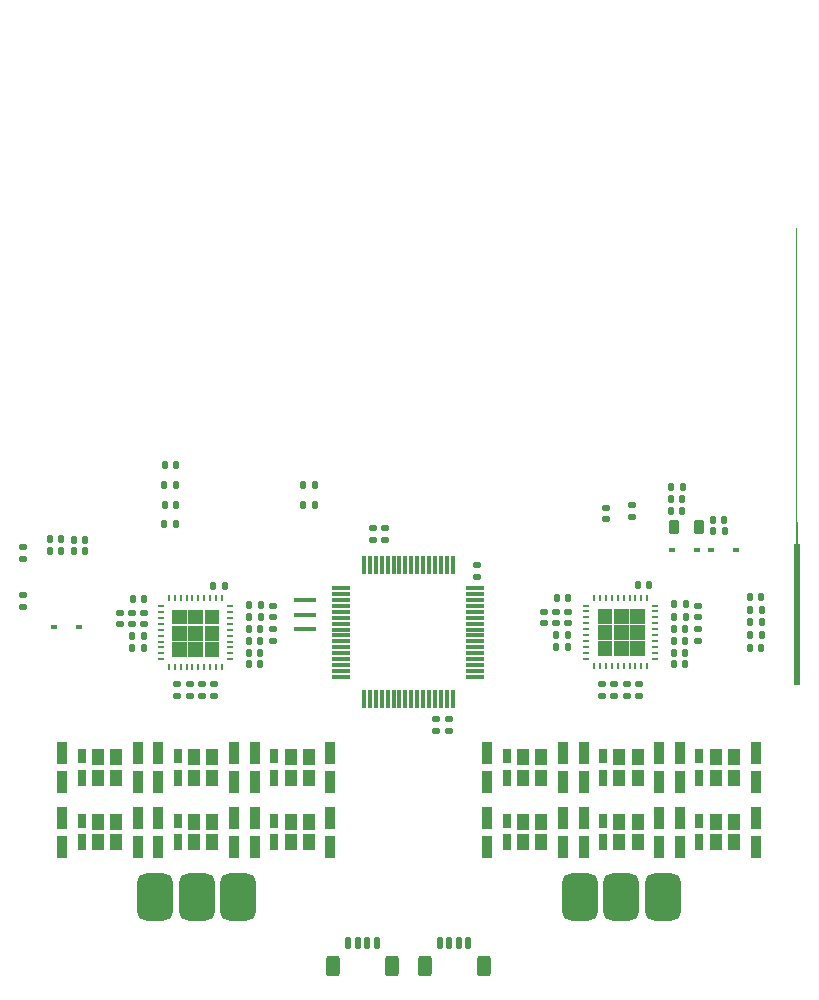
<source format=gbr>
%TF.GenerationSoftware,KiCad,Pcbnew,(6.0.4)*%
%TF.CreationDate,2023-01-05T12:04:55+08:00*%
%TF.ProjectId,FOC_Power,464f435f-506f-4776-9572-2e6b69636164,rev?*%
%TF.SameCoordinates,Original*%
%TF.FileFunction,Paste,Top*%
%TF.FilePolarity,Positive*%
%FSLAX46Y46*%
G04 Gerber Fmt 4.6, Leading zero omitted, Abs format (unit mm)*
G04 Created by KiCad (PCBNEW (6.0.4)) date 2023-01-05 12:04:55*
%MOMM*%
%LPD*%
G01*
G04 APERTURE LIST*
G04 Aperture macros list*
%AMRoundRect*
0 Rectangle with rounded corners*
0 $1 Rounding radius*
0 $2 $3 $4 $5 $6 $7 $8 $9 X,Y pos of 4 corners*
0 Add a 4 corners polygon primitive as box body*
4,1,4,$2,$3,$4,$5,$6,$7,$8,$9,$2,$3,0*
0 Add four circle primitives for the rounded corners*
1,1,$1+$1,$2,$3*
1,1,$1+$1,$4,$5*
1,1,$1+$1,$6,$7*
1,1,$1+$1,$8,$9*
0 Add four rect primitives between the rounded corners*
20,1,$1+$1,$2,$3,$4,$5,0*
20,1,$1+$1,$4,$5,$6,$7,0*
20,1,$1+$1,$6,$7,$8,$9,0*
20,1,$1+$1,$8,$9,$2,$3,0*%
%AMFreePoly0*
4,1,53,0.110896,1.805487,0.122688,1.805545,0.193687,1.776545,0.193915,1.776320,0.194234,1.776318,0.210222,1.760172,0.226318,1.744234,0.226320,1.743916,0.226545,1.743688,0.255545,1.672688,0.255487,1.660896,0.260000,1.650000,0.260000,-1.650000,0.255487,-1.660896,0.255545,-1.672688,0.226545,-1.743688,0.226320,-1.743916,0.226318,-1.744234,0.210222,-1.760172,0.194234,-1.776318,
0.193915,-1.776320,0.193687,-1.776545,0.122688,-1.805545,0.110896,-1.805487,0.100000,-1.810000,-0.100000,-1.810000,-0.110896,-1.805487,-0.122688,-1.805545,-0.193688,-1.776545,-0.193916,-1.776320,-0.194234,-1.776318,-0.210172,-1.760222,-0.226318,-1.744234,-0.226320,-1.743915,-0.226545,-1.743687,-0.255545,-1.672688,-0.255487,-1.660896,-0.260000,-1.650000,-0.260000,1.650000,-0.255487,1.660896,
-0.255545,1.672688,-0.226545,1.743687,-0.226320,1.743915,-0.226318,1.744234,-0.210172,1.760222,-0.194234,1.776318,-0.193916,1.776320,-0.193688,1.776545,-0.122688,1.805545,-0.110896,1.805487,-0.100000,1.810000,0.100000,1.810000,0.110896,1.805487,0.110896,1.805487,$1*%
G04 Aperture macros list end*
%ADD10C,0.100000*%
%ADD11RoundRect,0.135000X-0.135000X-0.185000X0.135000X-0.185000X0.135000X0.185000X-0.135000X0.185000X0*%
%ADD12RoundRect,0.140000X0.140000X0.170000X-0.140000X0.170000X-0.140000X-0.170000X0.140000X-0.170000X0*%
%ADD13RoundRect,0.135000X0.185000X-0.135000X0.185000X0.135000X-0.185000X0.135000X-0.185000X-0.135000X0*%
%ADD14RoundRect,0.140000X-0.140000X-0.170000X0.140000X-0.170000X0.140000X0.170000X-0.140000X0.170000X0*%
%ADD15RoundRect,0.135000X0.135000X0.185000X-0.135000X0.185000X-0.135000X-0.185000X0.135000X-0.185000X0*%
%ADD16RoundRect,0.135000X-0.185000X0.135000X-0.185000X-0.135000X0.185000X-0.135000X0.185000X0.135000X0*%
%ADD17O,0.599999X0.230000*%
%ADD18O,0.230000X0.599999*%
%ADD19RoundRect,0.125000X-0.125000X-0.375000X0.125000X-0.375000X0.125000X0.375000X-0.125000X0.375000X0*%
%ADD20RoundRect,0.250000X-0.350000X-0.600000X0.350000X-0.600000X0.350000X0.600000X-0.350000X0.600000X0*%
%ADD21R,0.600000X0.450000*%
%ADD22RoundRect,0.750000X-0.750000X-1.250000X0.750000X-1.250000X0.750000X1.250000X-0.750000X1.250000X0*%
%ADD23RoundRect,0.140000X0.170000X-0.140000X0.170000X0.140000X-0.170000X0.140000X-0.170000X-0.140000X0*%
%ADD24RoundRect,0.140000X-0.170000X0.140000X-0.170000X-0.140000X0.170000X-0.140000X0.170000X0.140000X0*%
%ADD25R,0.900000X1.850000*%
%ADD26R,0.650000X1.151000*%
%ADD27R,0.650000X1.350000*%
%ADD28R,1.000000X1.350000*%
%ADD29R,1.900000X0.400000*%
%ADD30RoundRect,0.147500X-0.172500X0.147500X-0.172500X-0.147500X0.172500X-0.147500X0.172500X0.147500X0*%
%ADD31FreePoly0,90.000000*%
%ADD32RoundRect,0.147500X0.172500X-0.147500X0.172500X0.147500X-0.172500X0.147500X-0.172500X-0.147500X0*%
%ADD33RoundRect,0.218750X0.218750X0.381250X-0.218750X0.381250X-0.218750X-0.381250X0.218750X-0.381250X0*%
%ADD34RoundRect,0.075000X-0.700000X-0.075000X0.700000X-0.075000X0.700000X0.075000X-0.700000X0.075000X0*%
%ADD35RoundRect,0.075000X-0.075000X-0.700000X0.075000X-0.700000X0.075000X0.700000X-0.075000X0.700000X0*%
G04 APERTURE END LIST*
%TO.C,U7*%
G36*
X53600000Y-45470000D02*
G01*
X52430000Y-45470000D01*
X52430000Y-44300000D01*
X53600000Y-44300000D01*
X53600000Y-45470000D01*
G37*
D10*
X53600000Y-45470000D02*
X52430000Y-45470000D01*
X52430000Y-44300000D01*
X53600000Y-44300000D01*
X53600000Y-45470000D01*
G36*
X50860000Y-44100000D02*
G01*
X49690000Y-44100000D01*
X49690000Y-42930000D01*
X50860000Y-42930000D01*
X50860000Y-44100000D01*
G37*
X50860000Y-44100000D02*
X49690000Y-44100000D01*
X49690000Y-42930000D01*
X50860000Y-42930000D01*
X50860000Y-44100000D01*
G36*
X50860000Y-42730000D02*
G01*
X49690000Y-42730000D01*
X49690000Y-41560000D01*
X50860000Y-41560000D01*
X50860000Y-42730000D01*
G37*
X50860000Y-42730000D02*
X49690000Y-42730000D01*
X49690000Y-41560000D01*
X50860000Y-41560000D01*
X50860000Y-42730000D01*
G36*
X52230000Y-45470000D02*
G01*
X51060000Y-45470000D01*
X51060000Y-44300000D01*
X52230000Y-44300000D01*
X52230000Y-45470000D01*
G37*
X52230000Y-45470000D02*
X51060000Y-45470000D01*
X51060000Y-44300000D01*
X52230000Y-44300000D01*
X52230000Y-45470000D01*
G36*
X53600000Y-42730000D02*
G01*
X52430000Y-42730000D01*
X52430000Y-41560000D01*
X53600000Y-41560000D01*
X53600000Y-42730000D01*
G37*
X53600000Y-42730000D02*
X52430000Y-42730000D01*
X52430000Y-41560000D01*
X53600000Y-41560000D01*
X53600000Y-42730000D01*
G36*
X52230000Y-44100000D02*
G01*
X51060000Y-44100000D01*
X51060000Y-42930000D01*
X52230000Y-42930000D01*
X52230000Y-44100000D01*
G37*
X52230000Y-44100000D02*
X51060000Y-44100000D01*
X51060000Y-42930000D01*
X52230000Y-42930000D01*
X52230000Y-44100000D01*
G36*
X52230000Y-42730000D02*
G01*
X51060000Y-42730000D01*
X51060000Y-41560000D01*
X52230000Y-41560000D01*
X52230000Y-42730000D01*
G37*
X52230000Y-42730000D02*
X51060000Y-42730000D01*
X51060000Y-41560000D01*
X52230000Y-41560000D01*
X52230000Y-42730000D01*
G36*
X53600000Y-44100000D02*
G01*
X52430000Y-44100000D01*
X52430000Y-42930000D01*
X53600000Y-42930000D01*
X53600000Y-44100000D01*
G37*
X53600000Y-44100000D02*
X52430000Y-44100000D01*
X52430000Y-42930000D01*
X53600000Y-42930000D01*
X53600000Y-44100000D01*
G36*
X50860000Y-45470000D02*
G01*
X49690000Y-45470000D01*
X49690000Y-44300000D01*
X50860000Y-44300000D01*
X50860000Y-45470000D01*
G37*
X50860000Y-45470000D02*
X49690000Y-45470000D01*
X49690000Y-44300000D01*
X50860000Y-44300000D01*
X50860000Y-45470000D01*
%TO.C,U2*%
G36*
X86870000Y-44050000D02*
G01*
X85700000Y-44050000D01*
X85700000Y-42880000D01*
X86870000Y-42880000D01*
X86870000Y-44050000D01*
G37*
X86870000Y-44050000D02*
X85700000Y-44050000D01*
X85700000Y-42880000D01*
X86870000Y-42880000D01*
X86870000Y-44050000D01*
G36*
X88240000Y-45420000D02*
G01*
X87070000Y-45420000D01*
X87070000Y-44250000D01*
X88240000Y-44250000D01*
X88240000Y-45420000D01*
G37*
X88240000Y-45420000D02*
X87070000Y-45420000D01*
X87070000Y-44250000D01*
X88240000Y-44250000D01*
X88240000Y-45420000D01*
G36*
X86870000Y-42680000D02*
G01*
X85700000Y-42680000D01*
X85700000Y-41510000D01*
X86870000Y-41510000D01*
X86870000Y-42680000D01*
G37*
X86870000Y-42680000D02*
X85700000Y-42680000D01*
X85700000Y-41510000D01*
X86870000Y-41510000D01*
X86870000Y-42680000D01*
G36*
X86870000Y-45420000D02*
G01*
X85700000Y-45420000D01*
X85700000Y-44250000D01*
X86870000Y-44250000D01*
X86870000Y-45420000D01*
G37*
X86870000Y-45420000D02*
X85700000Y-45420000D01*
X85700000Y-44250000D01*
X86870000Y-44250000D01*
X86870000Y-45420000D01*
G36*
X89610000Y-42680000D02*
G01*
X88440000Y-42680000D01*
X88440000Y-41510000D01*
X89610000Y-41510000D01*
X89610000Y-42680000D01*
G37*
X89610000Y-42680000D02*
X88440000Y-42680000D01*
X88440000Y-41510000D01*
X89610000Y-41510000D01*
X89610000Y-42680000D01*
G36*
X88240000Y-44050000D02*
G01*
X87070000Y-44050000D01*
X87070000Y-42880000D01*
X88240000Y-42880000D01*
X88240000Y-44050000D01*
G37*
X88240000Y-44050000D02*
X87070000Y-44050000D01*
X87070000Y-42880000D01*
X88240000Y-42880000D01*
X88240000Y-44050000D01*
G36*
X89610000Y-44050000D02*
G01*
X88440000Y-44050000D01*
X88440000Y-42880000D01*
X89610000Y-42880000D01*
X89610000Y-44050000D01*
G37*
X89610000Y-44050000D02*
X88440000Y-44050000D01*
X88440000Y-42880000D01*
X89610000Y-42880000D01*
X89610000Y-44050000D01*
G36*
X88240000Y-42680000D02*
G01*
X87070000Y-42680000D01*
X87070000Y-41510000D01*
X88240000Y-41510000D01*
X88240000Y-42680000D01*
G37*
X88240000Y-42680000D02*
X87070000Y-42680000D01*
X87070000Y-41510000D01*
X88240000Y-41510000D01*
X88240000Y-42680000D01*
G36*
X89610000Y-45420000D02*
G01*
X88440000Y-45420000D01*
X88440000Y-44250000D01*
X89610000Y-44250000D01*
X89610000Y-45420000D01*
G37*
X89610000Y-45420000D02*
X88440000Y-45420000D01*
X88440000Y-44250000D01*
X89610000Y-44250000D01*
X89610000Y-45420000D01*
%TD*%
D11*
%TO.C,R19*%
X98585000Y-41575000D03*
X99605000Y-41575000D03*
%TD*%
D12*
%TO.C,C7*%
X61730660Y-31015000D03*
X60770660Y-31015000D03*
%TD*%
D13*
%TO.C,R10*%
X67715000Y-35635000D03*
X67715000Y-34615000D03*
%TD*%
D14*
%TO.C,C45*%
X53175000Y-39565000D03*
X54135000Y-39565000D03*
%TD*%
D12*
%TO.C,C8*%
X50000660Y-29345000D03*
X49040660Y-29345000D03*
%TD*%
D15*
%TO.C,R22*%
X93185000Y-42155000D03*
X92165000Y-42155000D03*
%TD*%
D14*
%TO.C,C2*%
X89085000Y-39485000D03*
X90045000Y-39485000D03*
%TD*%
%TO.C,C46*%
X56155000Y-43175000D03*
X57115000Y-43175000D03*
%TD*%
D16*
%TO.C,R24*%
X94205000Y-43175000D03*
X94205000Y-44195000D03*
%TD*%
D15*
%TO.C,R30*%
X57175000Y-41135000D03*
X56155000Y-41135000D03*
%TD*%
D17*
%TO.C,U7*%
X48745001Y-41264999D03*
X48745001Y-41764998D03*
X48745001Y-42265000D03*
X48745001Y-42764999D03*
X48745001Y-43265000D03*
X48745001Y-43765000D03*
X48745001Y-44264998D03*
X48745001Y-44765000D03*
X48745001Y-45264999D03*
X48745001Y-45765001D03*
D18*
X49394999Y-46414999D03*
X49894998Y-46414999D03*
X50395000Y-46414999D03*
X50894999Y-46414999D03*
X51395000Y-46414999D03*
X51895000Y-46414999D03*
X52394998Y-46414999D03*
X52895000Y-46414999D03*
X53394999Y-46414999D03*
X53895001Y-46414999D03*
D17*
X54544999Y-45765001D03*
X54544999Y-45264999D03*
X54544999Y-44765000D03*
X54544999Y-44264998D03*
X54544999Y-43765000D03*
X54544999Y-43265000D03*
X54544999Y-42764999D03*
X54544999Y-42265000D03*
X54544999Y-41764998D03*
X54544999Y-41264999D03*
D18*
X53895001Y-40615001D03*
X53394999Y-40615001D03*
X52895000Y-40615001D03*
X52394998Y-40615001D03*
X51895000Y-40615001D03*
X51395000Y-40615001D03*
X50894999Y-40615001D03*
X50395000Y-40615001D03*
X49894998Y-40615001D03*
X49394999Y-40615001D03*
%TD*%
D13*
%TO.C,R9*%
X66675000Y-35635000D03*
X66675000Y-34615000D03*
%TD*%
D11*
%TO.C,R13*%
X48995000Y-34345000D03*
X50015000Y-34345000D03*
%TD*%
D15*
%TO.C,R17*%
X99605000Y-42645000D03*
X98585000Y-42645000D03*
%TD*%
D19*
%TO.C,ENC0*%
X72355000Y-69795000D03*
X73155000Y-69795000D03*
X73955000Y-69795000D03*
X74755000Y-69795000D03*
D20*
X76055000Y-71745000D03*
X71055000Y-71745000D03*
%TD*%
D11*
%TO.C,R14*%
X95455000Y-34937500D03*
X96475000Y-34937500D03*
%TD*%
D12*
%TO.C,C19*%
X40295000Y-36595000D03*
X39335000Y-36595000D03*
%TD*%
D14*
%TO.C,C49*%
X46335000Y-40695000D03*
X47295000Y-40695000D03*
%TD*%
D21*
%TO.C,D7*%
X41785596Y-42995000D03*
X39685596Y-42995000D03*
%TD*%
D22*
%TO.C,J1*%
X91210000Y-65890000D03*
X87710000Y-65890000D03*
X84210000Y-65890000D03*
%TD*%
D14*
%TO.C,C21*%
X41365000Y-35635000D03*
X42325000Y-35635000D03*
%TD*%
%TO.C,C35*%
X92175000Y-45195000D03*
X93135000Y-45195000D03*
%TD*%
D12*
%TO.C,C30*%
X99555000Y-40515000D03*
X98595000Y-40515000D03*
%TD*%
D23*
%TO.C,C31*%
X86395000Y-33900000D03*
X86395000Y-32940000D03*
%TD*%
D24*
%TO.C,C32*%
X88645000Y-32727500D03*
X88645000Y-33687500D03*
%TD*%
D23*
%TO.C,C4*%
X82215000Y-42715000D03*
X82215000Y-41755000D03*
%TD*%
D12*
%TO.C,C9*%
X49995000Y-32685000D03*
X49035000Y-32685000D03*
%TD*%
D11*
%TO.C,R12*%
X49010660Y-31005000D03*
X50030660Y-31005000D03*
%TD*%
D16*
%TO.C,R36*%
X50125000Y-47845000D03*
X50125000Y-48865000D03*
%TD*%
D25*
%TO.C,Q2*%
X76350000Y-53725000D03*
X76350000Y-56125000D03*
X82750000Y-53725000D03*
X82750000Y-56125000D03*
D26*
X78000000Y-53975000D03*
D27*
X78000000Y-55775000D03*
D28*
X79375000Y-55775000D03*
X80925000Y-54075000D03*
X80925000Y-55775000D03*
X79375000Y-54075000D03*
%TD*%
D16*
%TO.C,R37*%
X52211666Y-47845000D03*
X52211666Y-48865000D03*
%TD*%
%TO.C,R20*%
X37075000Y-40315000D03*
X37075000Y-41335000D03*
%TD*%
D29*
%TO.C,Y1*%
X60885000Y-40775000D03*
X60885000Y-41975000D03*
X60885000Y-43175000D03*
%TD*%
D25*
%TO.C,Q6*%
X99075000Y-56125000D03*
X92675000Y-53725000D03*
X99075000Y-53725000D03*
X92675000Y-56125000D03*
D26*
X94325000Y-53975000D03*
D27*
X94325000Y-55775000D03*
D28*
X95700000Y-54075000D03*
X97250000Y-55775000D03*
X97250000Y-54075000D03*
X95700000Y-55775000D03*
%TD*%
D25*
%TO.C,Q12*%
X63080000Y-56125000D03*
X63080000Y-53725000D03*
X56680000Y-53725000D03*
X56680000Y-56125000D03*
D26*
X58330000Y-53975000D03*
D28*
X61255000Y-54075000D03*
X61255000Y-55775000D03*
D27*
X58330000Y-55775000D03*
D28*
X59705000Y-55775000D03*
X59705000Y-54075000D03*
%TD*%
D25*
%TO.C,Q8*%
X40355000Y-53725000D03*
X46755000Y-53725000D03*
X40355000Y-56125000D03*
X46755000Y-56125000D03*
D26*
X42005000Y-53975000D03*
D27*
X42005000Y-55775000D03*
D28*
X43380000Y-54075000D03*
X44930000Y-55775000D03*
X44930000Y-54075000D03*
X43380000Y-55775000D03*
%TD*%
D14*
%TO.C,C3*%
X92175000Y-43175000D03*
X93135000Y-43175000D03*
%TD*%
D25*
%TO.C,Q10*%
X48517500Y-53725000D03*
X54917500Y-53725000D03*
X54917500Y-56125000D03*
X48517500Y-56125000D03*
D26*
X50167500Y-53975000D03*
D27*
X50167500Y-55775000D03*
D28*
X51542500Y-54075000D03*
X53092500Y-54075000D03*
X51542500Y-55775000D03*
X53092500Y-55775000D03*
%TD*%
D25*
%TO.C,Q1*%
X82750000Y-59225000D03*
X82750000Y-61625000D03*
X76350000Y-61625000D03*
X76350000Y-59225000D03*
D26*
X78000000Y-59475000D03*
D28*
X80925000Y-59575000D03*
X80925000Y-61275000D03*
D27*
X78000000Y-61275000D03*
D28*
X79375000Y-61275000D03*
X79375000Y-59575000D03*
%TD*%
D30*
%TO.C,D1*%
X94205000Y-41247500D03*
X94205000Y-42217500D03*
%TD*%
D12*
%TO.C,C27*%
X92865000Y-32185000D03*
X91905000Y-32185000D03*
%TD*%
D25*
%TO.C,Q5*%
X99075000Y-61625000D03*
X99075000Y-59225000D03*
X92675000Y-61625000D03*
X92675000Y-59225000D03*
D26*
X94325000Y-59475000D03*
D28*
X95700000Y-61275000D03*
X97250000Y-61275000D03*
X95700000Y-59575000D03*
X97250000Y-59575000D03*
D27*
X94325000Y-61275000D03*
%TD*%
D31*
%TO.C,U5*%
X102585000Y-46175000D03*
X102585000Y-45475000D03*
X102585000Y-44775000D03*
X102585000Y-44075000D03*
X102585000Y-43375000D03*
X102585000Y-42675000D03*
X102585000Y-41975000D03*
X102585000Y-41275000D03*
X102585000Y-40575000D03*
X102585000Y-39875000D03*
X102585000Y-39175000D03*
X102585000Y-38475000D03*
X102585000Y-37775000D03*
%TD*%
D16*
%TO.C,R35*%
X51165000Y-47845000D03*
X51165000Y-48865000D03*
%TD*%
D22*
%TO.C,MOTOR1*%
X55245000Y-65920000D03*
X51745000Y-65920000D03*
X48245000Y-65920000D03*
%TD*%
D15*
%TO.C,R18*%
X99605000Y-43715000D03*
X98585000Y-43715000D03*
%TD*%
D25*
%TO.C,Q9*%
X54917500Y-59225000D03*
X54917500Y-61625000D03*
X48517500Y-61625000D03*
X48517500Y-59225000D03*
D26*
X50167500Y-59475000D03*
D28*
X53092500Y-59575000D03*
D27*
X50167500Y-61275000D03*
D28*
X53092500Y-61275000D03*
X51542500Y-61275000D03*
X51542500Y-59575000D03*
%TD*%
D16*
%TO.C,R31*%
X58175000Y-43175000D03*
X58175000Y-44195000D03*
%TD*%
D14*
%TO.C,C51*%
X56155000Y-45195000D03*
X57115000Y-45195000D03*
%TD*%
D16*
%TO.C,R43*%
X88155000Y-47835000D03*
X88155000Y-48855000D03*
%TD*%
D19*
%TO.C,ENC1*%
X64595000Y-69795000D03*
X65395000Y-69795000D03*
X66195000Y-69795000D03*
X66995000Y-69795000D03*
D20*
X63295000Y-71745000D03*
X68295000Y-71745000D03*
%TD*%
D23*
%TO.C,C47*%
X46295000Y-42775000D03*
X46295000Y-41815000D03*
%TD*%
D21*
%TO.C,D3*%
X95315000Y-36487500D03*
X97415000Y-36487500D03*
%TD*%
D25*
%TO.C,Q11*%
X63080000Y-59225000D03*
X56680000Y-61625000D03*
X63080000Y-61625000D03*
X56680000Y-59225000D03*
D26*
X58330000Y-59475000D03*
D27*
X58330000Y-61275000D03*
D28*
X61255000Y-59575000D03*
X61255000Y-61275000D03*
X59705000Y-61275000D03*
X59705000Y-59575000D03*
%TD*%
D14*
%TO.C,C52*%
X56155000Y-44185000D03*
X57115000Y-44185000D03*
%TD*%
%TO.C,C18*%
X95465000Y-33945000D03*
X96425000Y-33945000D03*
%TD*%
D13*
%TO.C,R21*%
X37075000Y-37305000D03*
X37075000Y-36285000D03*
%TD*%
D12*
%TO.C,C25*%
X92865000Y-33177500D03*
X91905000Y-33177500D03*
%TD*%
D11*
%TO.C,R16*%
X91895000Y-31185000D03*
X92915000Y-31185000D03*
%TD*%
D32*
%TO.C,D8*%
X58175000Y-42222500D03*
X58175000Y-41252500D03*
%TD*%
D16*
%TO.C,R44*%
X89195000Y-47835000D03*
X89195000Y-48855000D03*
%TD*%
D17*
%TO.C,U2*%
X84755001Y-41214999D03*
X84755001Y-41714998D03*
X84755001Y-42215000D03*
X84755001Y-42714999D03*
X84755001Y-43215000D03*
X84755001Y-43715000D03*
X84755001Y-44214998D03*
X84755001Y-44715000D03*
X84755001Y-45214999D03*
X84755001Y-45715001D03*
D18*
X85404999Y-46364999D03*
X85904998Y-46364999D03*
X86405000Y-46364999D03*
X86904999Y-46364999D03*
X87405000Y-46364999D03*
X87905000Y-46364999D03*
X88404998Y-46364999D03*
X88905000Y-46364999D03*
X89404999Y-46364999D03*
X89905001Y-46364999D03*
D17*
X90554999Y-45715001D03*
X90554999Y-45214999D03*
X90554999Y-44715000D03*
X90554999Y-44214998D03*
X90554999Y-43715000D03*
X90554999Y-43215000D03*
X90554999Y-42714999D03*
X90554999Y-42215000D03*
X90554999Y-41714998D03*
X90554999Y-41214999D03*
D18*
X89905001Y-40565001D03*
X89404999Y-40565001D03*
X88905000Y-40565001D03*
X88404998Y-40565001D03*
X87905000Y-40565001D03*
X87405000Y-40565001D03*
X86904999Y-40565001D03*
X86405000Y-40565001D03*
X85904998Y-40565001D03*
X85404999Y-40565001D03*
%TD*%
D16*
%TO.C,R42*%
X86075000Y-47835000D03*
X86075000Y-48855000D03*
%TD*%
D14*
%TO.C,C6*%
X82245000Y-40585000D03*
X83205000Y-40585000D03*
%TD*%
%TO.C,C22*%
X41355000Y-36625000D03*
X42315000Y-36625000D03*
%TD*%
%TO.C,C50*%
X56155000Y-46205000D03*
X57115000Y-46205000D03*
%TD*%
D23*
%TO.C,C48*%
X47325000Y-42775000D03*
X47325000Y-41815000D03*
%TD*%
D25*
%TO.C,Q7*%
X40355000Y-59225000D03*
X40355000Y-61625000D03*
X46755000Y-61625000D03*
X46755000Y-59225000D03*
D26*
X42005000Y-59475000D03*
D27*
X42005000Y-61275000D03*
D28*
X43380000Y-59575000D03*
X43380000Y-61275000D03*
X44930000Y-61275000D03*
X44930000Y-59575000D03*
%TD*%
D14*
%TO.C,C34*%
X92175000Y-46205000D03*
X93135000Y-46205000D03*
%TD*%
D15*
%TO.C,R40*%
X83225000Y-44755000D03*
X82205000Y-44755000D03*
%TD*%
D23*
%TO.C,C5*%
X83235000Y-42715000D03*
X83235000Y-41755000D03*
%TD*%
%TO.C,C44*%
X45275000Y-42765000D03*
X45275000Y-41805000D03*
%TD*%
D33*
%TO.C,L1*%
X94287500Y-34557500D03*
X92162500Y-34557500D03*
%TD*%
D15*
%TO.C,R29*%
X57165000Y-42165000D03*
X56145000Y-42165000D03*
%TD*%
%TO.C,R23*%
X93185000Y-41125000D03*
X92165000Y-41125000D03*
%TD*%
D16*
%TO.C,R8*%
X72045000Y-50855000D03*
X72045000Y-51875000D03*
%TD*%
D13*
%TO.C,R11*%
X75495000Y-38805000D03*
X75495000Y-37785000D03*
%TD*%
D15*
%TO.C,R26*%
X47325000Y-44815000D03*
X46305000Y-44815000D03*
%TD*%
D11*
%TO.C,R3*%
X60740660Y-32685000D03*
X61760660Y-32685000D03*
%TD*%
D16*
%TO.C,R41*%
X87115000Y-47835000D03*
X87115000Y-48855000D03*
%TD*%
D21*
%TO.C,D4*%
X94135000Y-36487500D03*
X92035000Y-36487500D03*
%TD*%
D23*
%TO.C,C1*%
X81195000Y-42715000D03*
X81195000Y-41755000D03*
%TD*%
D16*
%TO.C,R38*%
X53255000Y-47845000D03*
X53255000Y-48865000D03*
%TD*%
D12*
%TO.C,C20*%
X40285000Y-35615000D03*
X39325000Y-35615000D03*
%TD*%
D15*
%TO.C,R39*%
X83225000Y-43715000D03*
X82205000Y-43715000D03*
%TD*%
D14*
%TO.C,C36*%
X92175000Y-44185000D03*
X93135000Y-44185000D03*
%TD*%
D16*
%TO.C,R4*%
X73115000Y-50855000D03*
X73115000Y-51875000D03*
%TD*%
D25*
%TO.C,Q3*%
X84512500Y-59225000D03*
X90912500Y-59225000D03*
X90912500Y-61625000D03*
X84512500Y-61625000D03*
D26*
X86162500Y-59475000D03*
D28*
X87537500Y-61275000D03*
X87537500Y-59575000D03*
D27*
X86162500Y-61275000D03*
D28*
X89087500Y-59575000D03*
X89087500Y-61275000D03*
%TD*%
D12*
%TO.C,C29*%
X99555000Y-44775000D03*
X98595000Y-44775000D03*
%TD*%
D25*
%TO.C,Q4*%
X90912500Y-53725000D03*
X84512500Y-53725000D03*
X84512500Y-56125000D03*
X90912500Y-56125000D03*
D26*
X86162500Y-53975000D03*
D28*
X87537500Y-54075000D03*
X89087500Y-54075000D03*
X87537500Y-55775000D03*
D27*
X86162500Y-55775000D03*
D28*
X89087500Y-55775000D03*
%TD*%
D15*
%TO.C,R25*%
X47325000Y-43775000D03*
X46305000Y-43775000D03*
%TD*%
D34*
%TO.C,U1*%
X64000000Y-39745000D03*
X64000000Y-40245000D03*
X64000000Y-40745000D03*
X64000000Y-41245000D03*
X64000000Y-41745000D03*
X64000000Y-42245000D03*
X64000000Y-42745000D03*
X64000000Y-43245000D03*
X64000000Y-43745000D03*
X64000000Y-44245000D03*
X64000000Y-44745000D03*
X64000000Y-45245000D03*
X64000000Y-45745000D03*
X64000000Y-46245000D03*
X64000000Y-46745000D03*
X64000000Y-47245000D03*
D35*
X65925000Y-49170000D03*
X66425000Y-49170000D03*
X66925000Y-49170000D03*
X67425000Y-49170000D03*
X67925000Y-49170000D03*
X68425000Y-49170000D03*
X68925000Y-49170000D03*
X69425000Y-49170000D03*
X69925000Y-49170000D03*
X70425000Y-49170000D03*
X70925000Y-49170000D03*
X71425000Y-49170000D03*
X71925000Y-49170000D03*
X72425000Y-49170000D03*
X72925000Y-49170000D03*
X73425000Y-49170000D03*
D34*
X75350000Y-47245000D03*
X75350000Y-46745000D03*
X75350000Y-46245000D03*
X75350000Y-45745000D03*
X75350000Y-45245000D03*
X75350000Y-44745000D03*
X75350000Y-44245000D03*
X75350000Y-43745000D03*
X75350000Y-43245000D03*
X75350000Y-42745000D03*
X75350000Y-42245000D03*
X75350000Y-41745000D03*
X75350000Y-41245000D03*
X75350000Y-40745000D03*
X75350000Y-40245000D03*
X75350000Y-39745000D03*
D35*
X73425000Y-37820000D03*
X72925000Y-37820000D03*
X72425000Y-37820000D03*
X71925000Y-37820000D03*
X71425000Y-37820000D03*
X70925000Y-37820000D03*
X70425000Y-37820000D03*
X69925000Y-37820000D03*
X69425000Y-37820000D03*
X68925000Y-37820000D03*
X68425000Y-37820000D03*
X67925000Y-37820000D03*
X67425000Y-37820000D03*
X66925000Y-37820000D03*
X66425000Y-37820000D03*
X65925000Y-37820000D03*
%TD*%
M02*

</source>
